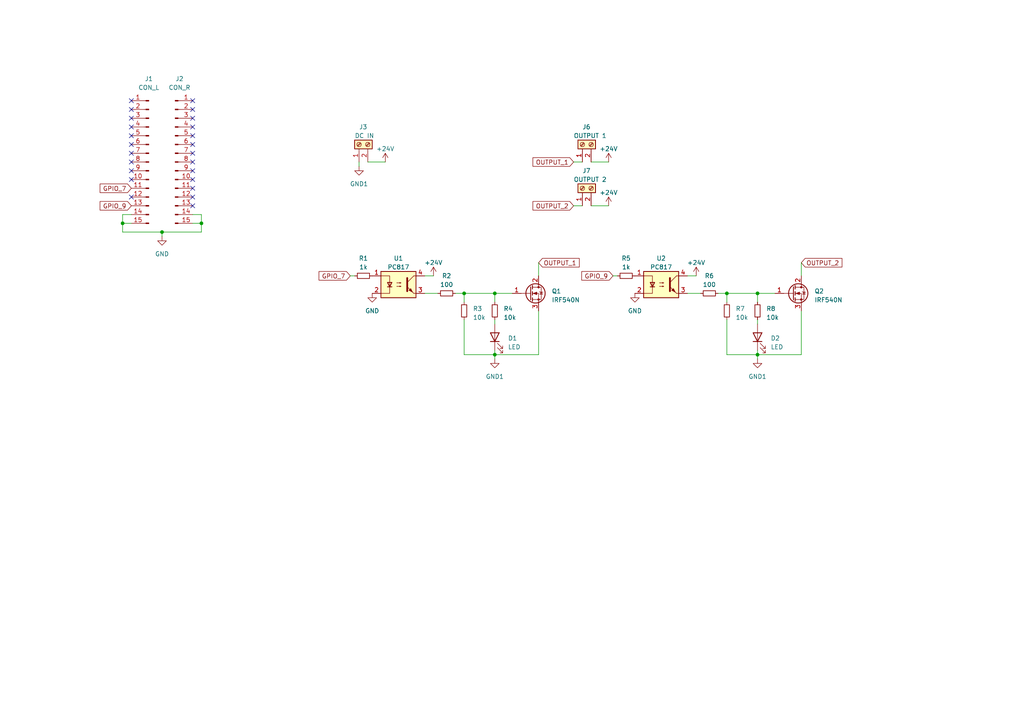
<source format=kicad_sch>
(kicad_sch (version 20230121) (generator eeschema)

  (uuid 4b55d362-54cf-4900-b414-5bfcd11f3529)

  (paper "A4")

  (lib_symbols
    (symbol "Connector:Conn_01x15_Pin" (pin_names (offset 1.016) hide) (in_bom yes) (on_board yes)
      (property "Reference" "J" (at 0 20.32 0)
        (effects (font (size 1.27 1.27)))
      )
      (property "Value" "Conn_01x15_Pin" (at 0 -20.32 0)
        (effects (font (size 1.27 1.27)))
      )
      (property "Footprint" "" (at 0 0 0)
        (effects (font (size 1.27 1.27)) hide)
      )
      (property "Datasheet" "~" (at 0 0 0)
        (effects (font (size 1.27 1.27)) hide)
      )
      (property "ki_locked" "" (at 0 0 0)
        (effects (font (size 1.27 1.27)))
      )
      (property "ki_keywords" "connector" (at 0 0 0)
        (effects (font (size 1.27 1.27)) hide)
      )
      (property "ki_description" "Generic connector, single row, 01x15, script generated" (at 0 0 0)
        (effects (font (size 1.27 1.27)) hide)
      )
      (property "ki_fp_filters" "Connector*:*_1x??_*" (at 0 0 0)
        (effects (font (size 1.27 1.27)) hide)
      )
      (symbol "Conn_01x15_Pin_1_1"
        (polyline
          (pts
            (xy 1.27 -17.78)
            (xy 0.8636 -17.78)
          )
          (stroke (width 0.1524) (type default))
          (fill (type none))
        )
        (polyline
          (pts
            (xy 1.27 -15.24)
            (xy 0.8636 -15.24)
          )
          (stroke (width 0.1524) (type default))
          (fill (type none))
        )
        (polyline
          (pts
            (xy 1.27 -12.7)
            (xy 0.8636 -12.7)
          )
          (stroke (width 0.1524) (type default))
          (fill (type none))
        )
        (polyline
          (pts
            (xy 1.27 -10.16)
            (xy 0.8636 -10.16)
          )
          (stroke (width 0.1524) (type default))
          (fill (type none))
        )
        (polyline
          (pts
            (xy 1.27 -7.62)
            (xy 0.8636 -7.62)
          )
          (stroke (width 0.1524) (type default))
          (fill (type none))
        )
        (polyline
          (pts
            (xy 1.27 -5.08)
            (xy 0.8636 -5.08)
          )
          (stroke (width 0.1524) (type default))
          (fill (type none))
        )
        (polyline
          (pts
            (xy 1.27 -2.54)
            (xy 0.8636 -2.54)
          )
          (stroke (width 0.1524) (type default))
          (fill (type none))
        )
        (polyline
          (pts
            (xy 1.27 0)
            (xy 0.8636 0)
          )
          (stroke (width 0.1524) (type default))
          (fill (type none))
        )
        (polyline
          (pts
            (xy 1.27 2.54)
            (xy 0.8636 2.54)
          )
          (stroke (width 0.1524) (type default))
          (fill (type none))
        )
        (polyline
          (pts
            (xy 1.27 5.08)
            (xy 0.8636 5.08)
          )
          (stroke (width 0.1524) (type default))
          (fill (type none))
        )
        (polyline
          (pts
            (xy 1.27 7.62)
            (xy 0.8636 7.62)
          )
          (stroke (width 0.1524) (type default))
          (fill (type none))
        )
        (polyline
          (pts
            (xy 1.27 10.16)
            (xy 0.8636 10.16)
          )
          (stroke (width 0.1524) (type default))
          (fill (type none))
        )
        (polyline
          (pts
            (xy 1.27 12.7)
            (xy 0.8636 12.7)
          )
          (stroke (width 0.1524) (type default))
          (fill (type none))
        )
        (polyline
          (pts
            (xy 1.27 15.24)
            (xy 0.8636 15.24)
          )
          (stroke (width 0.1524) (type default))
          (fill (type none))
        )
        (polyline
          (pts
            (xy 1.27 17.78)
            (xy 0.8636 17.78)
          )
          (stroke (width 0.1524) (type default))
          (fill (type none))
        )
        (rectangle (start 0.8636 -17.653) (end 0 -17.907)
          (stroke (width 0.1524) (type default))
          (fill (type outline))
        )
        (rectangle (start 0.8636 -15.113) (end 0 -15.367)
          (stroke (width 0.1524) (type default))
          (fill (type outline))
        )
        (rectangle (start 0.8636 -12.573) (end 0 -12.827)
          (stroke (width 0.1524) (type default))
          (fill (type outline))
        )
        (rectangle (start 0.8636 -10.033) (end 0 -10.287)
          (stroke (width 0.1524) (type default))
          (fill (type outline))
        )
        (rectangle (start 0.8636 -7.493) (end 0 -7.747)
          (stroke (width 0.1524) (type default))
          (fill (type outline))
        )
        (rectangle (start 0.8636 -4.953) (end 0 -5.207)
          (stroke (width 0.1524) (type default))
          (fill (type outline))
        )
        (rectangle (start 0.8636 -2.413) (end 0 -2.667)
          (stroke (width 0.1524) (type default))
          (fill (type outline))
        )
        (rectangle (start 0.8636 0.127) (end 0 -0.127)
          (stroke (width 0.1524) (type default))
          (fill (type outline))
        )
        (rectangle (start 0.8636 2.667) (end 0 2.413)
          (stroke (width 0.1524) (type default))
          (fill (type outline))
        )
        (rectangle (start 0.8636 5.207) (end 0 4.953)
          (stroke (width 0.1524) (type default))
          (fill (type outline))
        )
        (rectangle (start 0.8636 7.747) (end 0 7.493)
          (stroke (width 0.1524) (type default))
          (fill (type outline))
        )
        (rectangle (start 0.8636 10.287) (end 0 10.033)
          (stroke (width 0.1524) (type default))
          (fill (type outline))
        )
        (rectangle (start 0.8636 12.827) (end 0 12.573)
          (stroke (width 0.1524) (type default))
          (fill (type outline))
        )
        (rectangle (start 0.8636 15.367) (end 0 15.113)
          (stroke (width 0.1524) (type default))
          (fill (type outline))
        )
        (rectangle (start 0.8636 17.907) (end 0 17.653)
          (stroke (width 0.1524) (type default))
          (fill (type outline))
        )
        (pin passive line (at 5.08 17.78 180) (length 3.81)
          (name "Pin_1" (effects (font (size 1.27 1.27))))
          (number "1" (effects (font (size 1.27 1.27))))
        )
        (pin passive line (at 5.08 -5.08 180) (length 3.81)
          (name "Pin_10" (effects (font (size 1.27 1.27))))
          (number "10" (effects (font (size 1.27 1.27))))
        )
        (pin passive line (at 5.08 -7.62 180) (length 3.81)
          (name "Pin_11" (effects (font (size 1.27 1.27))))
          (number "11" (effects (font (size 1.27 1.27))))
        )
        (pin passive line (at 5.08 -10.16 180) (length 3.81)
          (name "Pin_12" (effects (font (size 1.27 1.27))))
          (number "12" (effects (font (size 1.27 1.27))))
        )
        (pin passive line (at 5.08 -12.7 180) (length 3.81)
          (name "Pin_13" (effects (font (size 1.27 1.27))))
          (number "13" (effects (font (size 1.27 1.27))))
        )
        (pin passive line (at 5.08 -15.24 180) (length 3.81)
          (name "Pin_14" (effects (font (size 1.27 1.27))))
          (number "14" (effects (font (size 1.27 1.27))))
        )
        (pin passive line (at 5.08 -17.78 180) (length 3.81)
          (name "Pin_15" (effects (font (size 1.27 1.27))))
          (number "15" (effects (font (size 1.27 1.27))))
        )
        (pin passive line (at 5.08 15.24 180) (length 3.81)
          (name "Pin_2" (effects (font (size 1.27 1.27))))
          (number "2" (effects (font (size 1.27 1.27))))
        )
        (pin passive line (at 5.08 12.7 180) (length 3.81)
          (name "Pin_3" (effects (font (size 1.27 1.27))))
          (number "3" (effects (font (size 1.27 1.27))))
        )
        (pin passive line (at 5.08 10.16 180) (length 3.81)
          (name "Pin_4" (effects (font (size 1.27 1.27))))
          (number "4" (effects (font (size 1.27 1.27))))
        )
        (pin passive line (at 5.08 7.62 180) (length 3.81)
          (name "Pin_5" (effects (font (size 1.27 1.27))))
          (number "5" (effects (font (size 1.27 1.27))))
        )
        (pin passive line (at 5.08 5.08 180) (length 3.81)
          (name "Pin_6" (effects (font (size 1.27 1.27))))
          (number "6" (effects (font (size 1.27 1.27))))
        )
        (pin passive line (at 5.08 2.54 180) (length 3.81)
          (name "Pin_7" (effects (font (size 1.27 1.27))))
          (number "7" (effects (font (size 1.27 1.27))))
        )
        (pin passive line (at 5.08 0 180) (length 3.81)
          (name "Pin_8" (effects (font (size 1.27 1.27))))
          (number "8" (effects (font (size 1.27 1.27))))
        )
        (pin passive line (at 5.08 -2.54 180) (length 3.81)
          (name "Pin_9" (effects (font (size 1.27 1.27))))
          (number "9" (effects (font (size 1.27 1.27))))
        )
      )
    )
    (symbol "Connector:Screw_Terminal_01x02" (pin_names (offset 1.016) hide) (in_bom yes) (on_board yes)
      (property "Reference" "J" (at 0 2.54 0)
        (effects (font (size 1.27 1.27)))
      )
      (property "Value" "Screw_Terminal_01x02" (at 0 -5.08 0)
        (effects (font (size 1.27 1.27)))
      )
      (property "Footprint" "" (at 0 0 0)
        (effects (font (size 1.27 1.27)) hide)
      )
      (property "Datasheet" "~" (at 0 0 0)
        (effects (font (size 1.27 1.27)) hide)
      )
      (property "ki_keywords" "screw terminal" (at 0 0 0)
        (effects (font (size 1.27 1.27)) hide)
      )
      (property "ki_description" "Generic screw terminal, single row, 01x02, script generated (kicad-library-utils/schlib/autogen/connector/)" (at 0 0 0)
        (effects (font (size 1.27 1.27)) hide)
      )
      (property "ki_fp_filters" "TerminalBlock*:*" (at 0 0 0)
        (effects (font (size 1.27 1.27)) hide)
      )
      (symbol "Screw_Terminal_01x02_1_1"
        (rectangle (start -1.27 1.27) (end 1.27 -3.81)
          (stroke (width 0.254) (type default))
          (fill (type background))
        )
        (circle (center 0 -2.54) (radius 0.635)
          (stroke (width 0.1524) (type default))
          (fill (type none))
        )
        (polyline
          (pts
            (xy -0.5334 -2.2098)
            (xy 0.3302 -3.048)
          )
          (stroke (width 0.1524) (type default))
          (fill (type none))
        )
        (polyline
          (pts
            (xy -0.5334 0.3302)
            (xy 0.3302 -0.508)
          )
          (stroke (width 0.1524) (type default))
          (fill (type none))
        )
        (polyline
          (pts
            (xy -0.3556 -2.032)
            (xy 0.508 -2.8702)
          )
          (stroke (width 0.1524) (type default))
          (fill (type none))
        )
        (polyline
          (pts
            (xy -0.3556 0.508)
            (xy 0.508 -0.3302)
          )
          (stroke (width 0.1524) (type default))
          (fill (type none))
        )
        (circle (center 0 0) (radius 0.635)
          (stroke (width 0.1524) (type default))
          (fill (type none))
        )
        (pin passive line (at -5.08 0 0) (length 3.81)
          (name "Pin_1" (effects (font (size 1.27 1.27))))
          (number "1" (effects (font (size 1.27 1.27))))
        )
        (pin passive line (at -5.08 -2.54 0) (length 3.81)
          (name "Pin_2" (effects (font (size 1.27 1.27))))
          (number "2" (effects (font (size 1.27 1.27))))
        )
      )
    )
    (symbol "Device:LED" (pin_numbers hide) (pin_names (offset 1.016) hide) (in_bom yes) (on_board yes)
      (property "Reference" "D" (at 0 2.54 0)
        (effects (font (size 1.27 1.27)))
      )
      (property "Value" "LED" (at 0 -2.54 0)
        (effects (font (size 1.27 1.27)))
      )
      (property "Footprint" "" (at 0 0 0)
        (effects (font (size 1.27 1.27)) hide)
      )
      (property "Datasheet" "~" (at 0 0 0)
        (effects (font (size 1.27 1.27)) hide)
      )
      (property "ki_keywords" "LED diode" (at 0 0 0)
        (effects (font (size 1.27 1.27)) hide)
      )
      (property "ki_description" "Light emitting diode" (at 0 0 0)
        (effects (font (size 1.27 1.27)) hide)
      )
      (property "ki_fp_filters" "LED* LED_SMD:* LED_THT:*" (at 0 0 0)
        (effects (font (size 1.27 1.27)) hide)
      )
      (symbol "LED_0_1"
        (polyline
          (pts
            (xy -1.27 -1.27)
            (xy -1.27 1.27)
          )
          (stroke (width 0.254) (type default))
          (fill (type none))
        )
        (polyline
          (pts
            (xy -1.27 0)
            (xy 1.27 0)
          )
          (stroke (width 0) (type default))
          (fill (type none))
        )
        (polyline
          (pts
            (xy 1.27 -1.27)
            (xy 1.27 1.27)
            (xy -1.27 0)
            (xy 1.27 -1.27)
          )
          (stroke (width 0.254) (type default))
          (fill (type none))
        )
        (polyline
          (pts
            (xy -3.048 -0.762)
            (xy -4.572 -2.286)
            (xy -3.81 -2.286)
            (xy -4.572 -2.286)
            (xy -4.572 -1.524)
          )
          (stroke (width 0) (type default))
          (fill (type none))
        )
        (polyline
          (pts
            (xy -1.778 -0.762)
            (xy -3.302 -2.286)
            (xy -2.54 -2.286)
            (xy -3.302 -2.286)
            (xy -3.302 -1.524)
          )
          (stroke (width 0) (type default))
          (fill (type none))
        )
      )
      (symbol "LED_1_1"
        (pin passive line (at -3.81 0 0) (length 2.54)
          (name "K" (effects (font (size 1.27 1.27))))
          (number "1" (effects (font (size 1.27 1.27))))
        )
        (pin passive line (at 3.81 0 180) (length 2.54)
          (name "A" (effects (font (size 1.27 1.27))))
          (number "2" (effects (font (size 1.27 1.27))))
        )
      )
    )
    (symbol "Device:R_Small" (pin_numbers hide) (pin_names (offset 0.254) hide) (in_bom yes) (on_board yes)
      (property "Reference" "R" (at 0.762 0.508 0)
        (effects (font (size 1.27 1.27)) (justify left))
      )
      (property "Value" "R_Small" (at 0.762 -1.016 0)
        (effects (font (size 1.27 1.27)) (justify left))
      )
      (property "Footprint" "" (at 0 0 0)
        (effects (font (size 1.27 1.27)) hide)
      )
      (property "Datasheet" "~" (at 0 0 0)
        (effects (font (size 1.27 1.27)) hide)
      )
      (property "ki_keywords" "R resistor" (at 0 0 0)
        (effects (font (size 1.27 1.27)) hide)
      )
      (property "ki_description" "Resistor, small symbol" (at 0 0 0)
        (effects (font (size 1.27 1.27)) hide)
      )
      (property "ki_fp_filters" "R_*" (at 0 0 0)
        (effects (font (size 1.27 1.27)) hide)
      )
      (symbol "R_Small_0_1"
        (rectangle (start -0.762 1.778) (end 0.762 -1.778)
          (stroke (width 0.2032) (type default))
          (fill (type none))
        )
      )
      (symbol "R_Small_1_1"
        (pin passive line (at 0 2.54 270) (length 0.762)
          (name "~" (effects (font (size 1.27 1.27))))
          (number "1" (effects (font (size 1.27 1.27))))
        )
        (pin passive line (at 0 -2.54 90) (length 0.762)
          (name "~" (effects (font (size 1.27 1.27))))
          (number "2" (effects (font (size 1.27 1.27))))
        )
      )
    )
    (symbol "Isolator:PC817" (pin_names (offset 1.016)) (in_bom yes) (on_board yes)
      (property "Reference" "U" (at -5.08 5.08 0)
        (effects (font (size 1.27 1.27)) (justify left))
      )
      (property "Value" "PC817" (at 0 5.08 0)
        (effects (font (size 1.27 1.27)) (justify left))
      )
      (property "Footprint" "Package_DIP:DIP-4_W7.62mm" (at -5.08 -5.08 0)
        (effects (font (size 1.27 1.27) italic) (justify left) hide)
      )
      (property "Datasheet" "http://www.soselectronic.cz/a_info/resource/d/pc817.pdf" (at 0 0 0)
        (effects (font (size 1.27 1.27)) (justify left) hide)
      )
      (property "ki_keywords" "NPN DC Optocoupler" (at 0 0 0)
        (effects (font (size 1.27 1.27)) hide)
      )
      (property "ki_description" "DC Optocoupler, Vce 35V, CTR 50-300%, DIP-4" (at 0 0 0)
        (effects (font (size 1.27 1.27)) hide)
      )
      (property "ki_fp_filters" "DIP*W7.62mm*" (at 0 0 0)
        (effects (font (size 1.27 1.27)) hide)
      )
      (symbol "PC817_0_1"
        (rectangle (start -5.08 3.81) (end 5.08 -3.81)
          (stroke (width 0.254) (type default))
          (fill (type background))
        )
        (polyline
          (pts
            (xy -3.175 -0.635)
            (xy -1.905 -0.635)
          )
          (stroke (width 0.254) (type default))
          (fill (type none))
        )
        (polyline
          (pts
            (xy 2.54 0.635)
            (xy 4.445 2.54)
          )
          (stroke (width 0) (type default))
          (fill (type none))
        )
        (polyline
          (pts
            (xy 4.445 -2.54)
            (xy 2.54 -0.635)
          )
          (stroke (width 0) (type default))
          (fill (type outline))
        )
        (polyline
          (pts
            (xy 4.445 -2.54)
            (xy 5.08 -2.54)
          )
          (stroke (width 0) (type default))
          (fill (type none))
        )
        (polyline
          (pts
            (xy 4.445 2.54)
            (xy 5.08 2.54)
          )
          (stroke (width 0) (type default))
          (fill (type none))
        )
        (polyline
          (pts
            (xy -5.08 2.54)
            (xy -2.54 2.54)
            (xy -2.54 -0.635)
          )
          (stroke (width 0) (type default))
          (fill (type none))
        )
        (polyline
          (pts
            (xy -2.54 -0.635)
            (xy -2.54 -2.54)
            (xy -5.08 -2.54)
          )
          (stroke (width 0) (type default))
          (fill (type none))
        )
        (polyline
          (pts
            (xy 2.54 1.905)
            (xy 2.54 -1.905)
            (xy 2.54 -1.905)
          )
          (stroke (width 0.508) (type default))
          (fill (type none))
        )
        (polyline
          (pts
            (xy -2.54 -0.635)
            (xy -3.175 0.635)
            (xy -1.905 0.635)
            (xy -2.54 -0.635)
          )
          (stroke (width 0.254) (type default))
          (fill (type none))
        )
        (polyline
          (pts
            (xy -0.508 -0.508)
            (xy 0.762 -0.508)
            (xy 0.381 -0.635)
            (xy 0.381 -0.381)
            (xy 0.762 -0.508)
          )
          (stroke (width 0) (type default))
          (fill (type none))
        )
        (polyline
          (pts
            (xy -0.508 0.508)
            (xy 0.762 0.508)
            (xy 0.381 0.381)
            (xy 0.381 0.635)
            (xy 0.762 0.508)
          )
          (stroke (width 0) (type default))
          (fill (type none))
        )
        (polyline
          (pts
            (xy 3.048 -1.651)
            (xy 3.556 -1.143)
            (xy 4.064 -2.159)
            (xy 3.048 -1.651)
            (xy 3.048 -1.651)
          )
          (stroke (width 0) (type default))
          (fill (type outline))
        )
      )
      (symbol "PC817_1_1"
        (pin passive line (at -7.62 2.54 0) (length 2.54)
          (name "~" (effects (font (size 1.27 1.27))))
          (number "1" (effects (font (size 1.27 1.27))))
        )
        (pin passive line (at -7.62 -2.54 0) (length 2.54)
          (name "~" (effects (font (size 1.27 1.27))))
          (number "2" (effects (font (size 1.27 1.27))))
        )
        (pin passive line (at 7.62 -2.54 180) (length 2.54)
          (name "~" (effects (font (size 1.27 1.27))))
          (number "3" (effects (font (size 1.27 1.27))))
        )
        (pin passive line (at 7.62 2.54 180) (length 2.54)
          (name "~" (effects (font (size 1.27 1.27))))
          (number "4" (effects (font (size 1.27 1.27))))
        )
      )
    )
    (symbol "Transistor_FET:IRF540N" (pin_names hide) (in_bom yes) (on_board yes)
      (property "Reference" "Q" (at 6.35 1.905 0)
        (effects (font (size 1.27 1.27)) (justify left))
      )
      (property "Value" "IRF540N" (at 6.35 0 0)
        (effects (font (size 1.27 1.27)) (justify left))
      )
      (property "Footprint" "Package_TO_SOT_THT:TO-220-3_Vertical" (at 6.35 -1.905 0)
        (effects (font (size 1.27 1.27) italic) (justify left) hide)
      )
      (property "Datasheet" "http://www.irf.com/product-info/datasheets/data/irf540n.pdf" (at 0 0 0)
        (effects (font (size 1.27 1.27)) (justify left) hide)
      )
      (property "ki_keywords" "HEXFET N-Channel MOSFET" (at 0 0 0)
        (effects (font (size 1.27 1.27)) hide)
      )
      (property "ki_description" "33A Id, 100V Vds, HEXFET N-Channel MOSFET, TO-220" (at 0 0 0)
        (effects (font (size 1.27 1.27)) hide)
      )
      (property "ki_fp_filters" "TO?220*" (at 0 0 0)
        (effects (font (size 1.27 1.27)) hide)
      )
      (symbol "IRF540N_0_1"
        (polyline
          (pts
            (xy 0.254 0)
            (xy -2.54 0)
          )
          (stroke (width 0) (type default))
          (fill (type none))
        )
        (polyline
          (pts
            (xy 0.254 1.905)
            (xy 0.254 -1.905)
          )
          (stroke (width 0.254) (type default))
          (fill (type none))
        )
        (polyline
          (pts
            (xy 0.762 -1.27)
            (xy 0.762 -2.286)
          )
          (stroke (width 0.254) (type default))
          (fill (type none))
        )
        (polyline
          (pts
            (xy 0.762 0.508)
            (xy 0.762 -0.508)
          )
          (stroke (width 0.254) (type default))
          (fill (type none))
        )
        (polyline
          (pts
            (xy 0.762 2.286)
            (xy 0.762 1.27)
          )
          (stroke (width 0.254) (type default))
          (fill (type none))
        )
        (polyline
          (pts
            (xy 2.54 2.54)
            (xy 2.54 1.778)
          )
          (stroke (width 0) (type default))
          (fill (type none))
        )
        (polyline
          (pts
            (xy 2.54 -2.54)
            (xy 2.54 0)
            (xy 0.762 0)
          )
          (stroke (width 0) (type default))
          (fill (type none))
        )
        (polyline
          (pts
            (xy 0.762 -1.778)
            (xy 3.302 -1.778)
            (xy 3.302 1.778)
            (xy 0.762 1.778)
          )
          (stroke (width 0) (type default))
          (fill (type none))
        )
        (polyline
          (pts
            (xy 1.016 0)
            (xy 2.032 0.381)
            (xy 2.032 -0.381)
            (xy 1.016 0)
          )
          (stroke (width 0) (type default))
          (fill (type outline))
        )
        (polyline
          (pts
            (xy 2.794 0.508)
            (xy 2.921 0.381)
            (xy 3.683 0.381)
            (xy 3.81 0.254)
          )
          (stroke (width 0) (type default))
          (fill (type none))
        )
        (polyline
          (pts
            (xy 3.302 0.381)
            (xy 2.921 -0.254)
            (xy 3.683 -0.254)
            (xy 3.302 0.381)
          )
          (stroke (width 0) (type default))
          (fill (type none))
        )
        (circle (center 1.651 0) (radius 2.794)
          (stroke (width 0.254) (type default))
          (fill (type none))
        )
        (circle (center 2.54 -1.778) (radius 0.254)
          (stroke (width 0) (type default))
          (fill (type outline))
        )
        (circle (center 2.54 1.778) (radius 0.254)
          (stroke (width 0) (type default))
          (fill (type outline))
        )
      )
      (symbol "IRF540N_1_1"
        (pin input line (at -5.08 0 0) (length 2.54)
          (name "G" (effects (font (size 1.27 1.27))))
          (number "1" (effects (font (size 1.27 1.27))))
        )
        (pin passive line (at 2.54 5.08 270) (length 2.54)
          (name "D" (effects (font (size 1.27 1.27))))
          (number "2" (effects (font (size 1.27 1.27))))
        )
        (pin passive line (at 2.54 -5.08 90) (length 2.54)
          (name "S" (effects (font (size 1.27 1.27))))
          (number "3" (effects (font (size 1.27 1.27))))
        )
      )
    )
    (symbol "power:+24V" (power) (pin_names (offset 0)) (in_bom yes) (on_board yes)
      (property "Reference" "#PWR" (at 0 -3.81 0)
        (effects (font (size 1.27 1.27)) hide)
      )
      (property "Value" "+24V" (at 0 3.556 0)
        (effects (font (size 1.27 1.27)))
      )
      (property "Footprint" "" (at 0 0 0)
        (effects (font (size 1.27 1.27)) hide)
      )
      (property "Datasheet" "" (at 0 0 0)
        (effects (font (size 1.27 1.27)) hide)
      )
      (property "ki_keywords" "global power" (at 0 0 0)
        (effects (font (size 1.27 1.27)) hide)
      )
      (property "ki_description" "Power symbol creates a global label with name \"+24V\"" (at 0 0 0)
        (effects (font (size 1.27 1.27)) hide)
      )
      (symbol "+24V_0_1"
        (polyline
          (pts
            (xy -0.762 1.27)
            (xy 0 2.54)
          )
          (stroke (width 0) (type default))
          (fill (type none))
        )
        (polyline
          (pts
            (xy 0 0)
            (xy 0 2.54)
          )
          (stroke (width 0) (type default))
          (fill (type none))
        )
        (polyline
          (pts
            (xy 0 2.54)
            (xy 0.762 1.27)
          )
          (stroke (width 0) (type default))
          (fill (type none))
        )
      )
      (symbol "+24V_1_1"
        (pin power_in line (at 0 0 90) (length 0) hide
          (name "+24V" (effects (font (size 1.27 1.27))))
          (number "1" (effects (font (size 1.27 1.27))))
        )
      )
    )
    (symbol "power:GND" (power) (pin_names (offset 0)) (in_bom yes) (on_board yes)
      (property "Reference" "#PWR" (at 0 -6.35 0)
        (effects (font (size 1.27 1.27)) hide)
      )
      (property "Value" "GND" (at 0 -3.81 0)
        (effects (font (size 1.27 1.27)))
      )
      (property "Footprint" "" (at 0 0 0)
        (effects (font (size 1.27 1.27)) hide)
      )
      (property "Datasheet" "" (at 0 0 0)
        (effects (font (size 1.27 1.27)) hide)
      )
      (property "ki_keywords" "power-flag" (at 0 0 0)
        (effects (font (size 1.27 1.27)) hide)
      )
      (property "ki_description" "Power symbol creates a global label with name \"GND\" , ground" (at 0 0 0)
        (effects (font (size 1.27 1.27)) hide)
      )
      (symbol "GND_0_1"
        (polyline
          (pts
            (xy 0 0)
            (xy 0 -1.27)
            (xy 1.27 -1.27)
            (xy 0 -2.54)
            (xy -1.27 -1.27)
            (xy 0 -1.27)
          )
          (stroke (width 0) (type default))
          (fill (type none))
        )
      )
      (symbol "GND_1_1"
        (pin power_in line (at 0 0 270) (length 0) hide
          (name "GND" (effects (font (size 1.27 1.27))))
          (number "1" (effects (font (size 1.27 1.27))))
        )
      )
    )
    (symbol "power:GND1" (power) (pin_names (offset 0)) (in_bom yes) (on_board yes)
      (property "Reference" "#PWR" (at 0 -6.35 0)
        (effects (font (size 1.27 1.27)) hide)
      )
      (property "Value" "GND1" (at 0 -3.81 0)
        (effects (font (size 1.27 1.27)))
      )
      (property "Footprint" "" (at 0 0 0)
        (effects (font (size 1.27 1.27)) hide)
      )
      (property "Datasheet" "" (at 0 0 0)
        (effects (font (size 1.27 1.27)) hide)
      )
      (property "ki_keywords" "global power" (at 0 0 0)
        (effects (font (size 1.27 1.27)) hide)
      )
      (property "ki_description" "Power symbol creates a global label with name \"GND1\" , ground" (at 0 0 0)
        (effects (font (size 1.27 1.27)) hide)
      )
      (symbol "GND1_0_1"
        (polyline
          (pts
            (xy 0 0)
            (xy 0 -1.27)
            (xy 1.27 -1.27)
            (xy 0 -2.54)
            (xy -1.27 -1.27)
            (xy 0 -1.27)
          )
          (stroke (width 0) (type default))
          (fill (type none))
        )
      )
      (symbol "GND1_1_1"
        (pin power_in line (at 0 0 270) (length 0) hide
          (name "GND1" (effects (font (size 1.27 1.27))))
          (number "1" (effects (font (size 1.27 1.27))))
        )
      )
    )
  )

  (junction (at 35.56 64.77) (diameter 0) (color 0 0 0 0)
    (uuid 16569e09-a401-4f2e-af07-c300a7262f39)
  )
  (junction (at 134.62 85.09) (diameter 0) (color 0 0 0 0)
    (uuid 315102b2-7f12-405c-a0cd-5b09681e8ae2)
  )
  (junction (at 143.51 85.09) (diameter 0) (color 0 0 0 0)
    (uuid 3ec172ea-bbd8-4635-9d84-c26095f76dbf)
  )
  (junction (at 143.51 102.87) (diameter 0) (color 0 0 0 0)
    (uuid 40da84db-d3db-46cc-9aae-305e00eeea1e)
  )
  (junction (at 58.42 64.77) (diameter 0) (color 0 0 0 0)
    (uuid 4464fe50-953c-4456-8275-3fe4b56b7686)
  )
  (junction (at 46.99 67.31) (diameter 0) (color 0 0 0 0)
    (uuid 9022117c-085b-40e0-b597-3d89ddf65b74)
  )
  (junction (at 210.82 85.09) (diameter 0) (color 0 0 0 0)
    (uuid e2a7726a-6487-4671-b2e2-6d0f057a8d40)
  )
  (junction (at 219.71 102.87) (diameter 0) (color 0 0 0 0)
    (uuid ee085c17-40a2-47b5-a6a4-866c135d5a5e)
  )
  (junction (at 219.71 85.09) (diameter 0) (color 0 0 0 0)
    (uuid fae1aac2-d240-4dc6-b9b7-011ed4f34f73)
  )

  (no_connect (at 55.88 44.45) (uuid 0e43bfef-ff30-4282-b798-99d030fba826))
  (no_connect (at 38.1 57.15) (uuid 11fb6bd9-0a73-43dd-96f1-2598153ea0ac))
  (no_connect (at 38.1 36.83) (uuid 1399afed-4453-4dea-8e80-c3df8a11f8a0))
  (no_connect (at 55.88 59.69) (uuid 27eb3ec3-d2e7-43f8-8012-70d8ee04d9b0))
  (no_connect (at 55.88 39.37) (uuid 33721998-c3d9-41be-9c11-293182903d80))
  (no_connect (at 38.1 34.29) (uuid 446a5c1a-1760-415f-9ca2-566f272c8fdd))
  (no_connect (at 55.88 29.21) (uuid 49f743e2-3aaa-41fb-a46b-b31a8584b802))
  (no_connect (at 38.1 46.99) (uuid 590c3dba-97ea-41f5-aa3c-984e5990a0b1))
  (no_connect (at 55.88 57.15) (uuid 59b545d5-657b-4451-ae76-a0eca3ff9f10))
  (no_connect (at 55.88 49.53) (uuid 8c94ff8a-69e8-4d8c-b8df-3844525df67b))
  (no_connect (at 55.88 46.99) (uuid 8cf30a60-1da0-4b37-9bef-b4d422b8bd36))
  (no_connect (at 38.1 29.21) (uuid 92452067-c0cc-4c75-9c61-db2a8f634e69))
  (no_connect (at 55.88 41.91) (uuid 9eba533c-d5a1-4c24-9573-9527bd225e18))
  (no_connect (at 55.88 34.29) (uuid a482b300-3483-4ea5-bc53-f0aea91c6752))
  (no_connect (at 38.1 52.07) (uuid a80b6de3-aa9d-425e-b328-f89b855a3d64))
  (no_connect (at 55.88 54.61) (uuid abd524ca-aedd-4798-9bde-440be536b5f4))
  (no_connect (at 55.88 52.07) (uuid bd065c4b-a3bf-4398-a3b2-0e065b40ebae))
  (no_connect (at 38.1 39.37) (uuid c2b0b283-1dc6-403a-8113-14d184ae965b))
  (no_connect (at 38.1 44.45) (uuid c6455e15-4c42-45d2-93f9-6ff4f8fb7db2))
  (no_connect (at 38.1 31.75) (uuid caf882a5-666b-4347-8cf8-9b83f87b67d6))
  (no_connect (at 38.1 41.91) (uuid db699581-3e1d-4c93-994d-c1495d069cb4))
  (no_connect (at 38.1 49.53) (uuid e68b9582-4c53-4220-a452-bc86445ed669))
  (no_connect (at 55.88 31.75) (uuid e94db151-cec0-4675-93fd-f7352f752edb))
  (no_connect (at 55.88 36.83) (uuid f7da0a50-0512-4059-8861-58a7017fde19))

  (wire (pts (xy 210.82 85.09) (xy 210.82 87.63))
    (stroke (width 0) (type default))
    (uuid 07e04b9b-8f59-473c-870e-0bc781940afd)
  )
  (wire (pts (xy 171.45 46.99) (xy 176.53 46.99))
    (stroke (width 0) (type default))
    (uuid 0e55d8eb-1004-4001-bd5f-d3f7c28a9db5)
  )
  (wire (pts (xy 134.62 85.09) (xy 134.62 87.63))
    (stroke (width 0) (type default))
    (uuid 10e966c3-f775-4ebe-b186-0ec88a9e4e6d)
  )
  (wire (pts (xy 156.21 90.17) (xy 156.21 102.87))
    (stroke (width 0) (type default))
    (uuid 12b0e2bf-98b6-4724-99e1-9a1bfec2b54b)
  )
  (wire (pts (xy 210.82 92.71) (xy 210.82 102.87))
    (stroke (width 0) (type default))
    (uuid 14df8e7a-3a77-48b8-a49c-20b5179bd124)
  )
  (wire (pts (xy 35.56 67.31) (xy 35.56 64.77))
    (stroke (width 0) (type default))
    (uuid 1536d9f3-5c4b-4525-a84b-c03eb5d3dc46)
  )
  (wire (pts (xy 58.42 67.31) (xy 58.42 64.77))
    (stroke (width 0) (type default))
    (uuid 158b708d-2082-4fee-8e43-77374bcce843)
  )
  (wire (pts (xy 232.41 102.87) (xy 219.71 102.87))
    (stroke (width 0) (type default))
    (uuid 193b148a-9ca8-4ff7-bb80-24b4730c31f2)
  )
  (wire (pts (xy 134.62 85.09) (xy 143.51 85.09))
    (stroke (width 0) (type default))
    (uuid 1ab53aac-1bae-44a7-adbc-3040b3d20d11)
  )
  (wire (pts (xy 166.37 59.69) (xy 168.91 59.69))
    (stroke (width 0) (type default))
    (uuid 1e6a1817-37ca-47ce-8f44-91c64d41b75d)
  )
  (wire (pts (xy 219.71 101.6) (xy 219.71 102.87))
    (stroke (width 0) (type default))
    (uuid 2c251374-1249-4f5c-98d6-90dec7b015ff)
  )
  (wire (pts (xy 156.21 76.2) (xy 156.21 80.01))
    (stroke (width 0) (type default))
    (uuid 2e3a7c48-4082-402c-98aa-e1dc924a97c1)
  )
  (wire (pts (xy 101.6 80.01) (xy 102.87 80.01))
    (stroke (width 0) (type default))
    (uuid 2f502fb7-788b-4d47-99b8-177f51444dbe)
  )
  (wire (pts (xy 219.71 92.71) (xy 219.71 93.98))
    (stroke (width 0) (type default))
    (uuid 39684f25-a385-4b29-a95f-258c402c6c47)
  )
  (wire (pts (xy 58.42 62.23) (xy 58.42 64.77))
    (stroke (width 0) (type default))
    (uuid 3c1892d1-9e4e-4847-8f26-af791d208395)
  )
  (wire (pts (xy 232.41 76.2) (xy 232.41 80.01))
    (stroke (width 0) (type default))
    (uuid 4c5e6ef7-9572-4897-9522-0aacc5a3a6d8)
  )
  (wire (pts (xy 156.21 102.87) (xy 143.51 102.87))
    (stroke (width 0) (type default))
    (uuid 5cdfa355-0380-4315-b47b-dac0cb199399)
  )
  (wire (pts (xy 219.71 102.87) (xy 219.71 104.14))
    (stroke (width 0) (type default))
    (uuid 65059477-e0a9-4e7c-a1dc-b640f3c5486f)
  )
  (wire (pts (xy 177.8 80.01) (xy 179.07 80.01))
    (stroke (width 0) (type default))
    (uuid 6a1c1758-1952-4569-9255-6c55f8e7e991)
  )
  (wire (pts (xy 143.51 87.63) (xy 143.51 85.09))
    (stroke (width 0) (type default))
    (uuid 6a87172b-58e7-4cd3-8567-595dc3188b62)
  )
  (wire (pts (xy 55.88 64.77) (xy 58.42 64.77))
    (stroke (width 0) (type default))
    (uuid 6b6c73bc-dbf7-4742-80ef-e59872c86502)
  )
  (wire (pts (xy 123.19 85.09) (xy 127 85.09))
    (stroke (width 0) (type default))
    (uuid 6f306636-242c-4974-abbf-1d84466a894e)
  )
  (wire (pts (xy 132.08 85.09) (xy 134.62 85.09))
    (stroke (width 0) (type default))
    (uuid 83420d6e-eab4-4c0b-bd55-1874f144003a)
  )
  (wire (pts (xy 143.51 102.87) (xy 143.51 104.14))
    (stroke (width 0) (type default))
    (uuid 8752083a-ab9e-4bff-b1e5-3b196e7a36ad)
  )
  (wire (pts (xy 104.14 48.26) (xy 104.14 46.99))
    (stroke (width 0) (type default))
    (uuid 886ab285-7fc0-4807-81db-b187b8f44815)
  )
  (wire (pts (xy 232.41 90.17) (xy 232.41 102.87))
    (stroke (width 0) (type default))
    (uuid 899fa8a6-178f-48ee-ad2a-419749406471)
  )
  (wire (pts (xy 38.1 62.23) (xy 35.56 62.23))
    (stroke (width 0) (type default))
    (uuid 8b29c91f-1b15-4726-885a-c924cfd487bf)
  )
  (wire (pts (xy 143.51 92.71) (xy 143.51 93.98))
    (stroke (width 0) (type default))
    (uuid 8b2af1ed-3bbb-44c5-9432-1caae4e0f7f5)
  )
  (wire (pts (xy 219.71 85.09) (xy 224.79 85.09))
    (stroke (width 0) (type default))
    (uuid 8ce5b77a-57f4-4a7c-8bea-fb05ba9390b7)
  )
  (wire (pts (xy 35.56 62.23) (xy 35.56 64.77))
    (stroke (width 0) (type default))
    (uuid 9258d481-40ff-4821-a3fb-ab4082f3a462)
  )
  (wire (pts (xy 199.39 85.09) (xy 203.2 85.09))
    (stroke (width 0) (type default))
    (uuid 93575868-6260-4dd0-b8d8-2a354625ed6b)
  )
  (wire (pts (xy 166.37 46.99) (xy 168.91 46.99))
    (stroke (width 0) (type default))
    (uuid 9cb33fca-ae2d-454c-ad2c-d18b8dbbaf4b)
  )
  (wire (pts (xy 143.51 85.09) (xy 148.59 85.09))
    (stroke (width 0) (type default))
    (uuid a216a7ee-7f61-489a-90c6-288fe637f5e7)
  )
  (wire (pts (xy 46.99 67.31) (xy 35.56 67.31))
    (stroke (width 0) (type default))
    (uuid a7a9f0d1-145b-4080-9ae5-508d9861783e)
  )
  (wire (pts (xy 208.28 85.09) (xy 210.82 85.09))
    (stroke (width 0) (type default))
    (uuid ab4270f3-b559-4f4f-ab84-48a93c69a41c)
  )
  (wire (pts (xy 38.1 64.77) (xy 35.56 64.77))
    (stroke (width 0) (type default))
    (uuid af6aa210-0cff-4bca-bd39-95d59431e9c0)
  )
  (wire (pts (xy 55.88 62.23) (xy 58.42 62.23))
    (stroke (width 0) (type default))
    (uuid b6851137-25af-4483-9043-663085f18f14)
  )
  (wire (pts (xy 134.62 92.71) (xy 134.62 102.87))
    (stroke (width 0) (type default))
    (uuid b7fb5741-28c3-46d1-a662-4157759f7ca8)
  )
  (wire (pts (xy 201.93 80.01) (xy 199.39 80.01))
    (stroke (width 0) (type default))
    (uuid c25ef271-4626-4712-89ef-530d50f23743)
  )
  (wire (pts (xy 134.62 102.87) (xy 143.51 102.87))
    (stroke (width 0) (type default))
    (uuid cb51c823-423f-43e8-b35a-efaeed16255b)
  )
  (wire (pts (xy 46.99 68.58) (xy 46.99 67.31))
    (stroke (width 0) (type default))
    (uuid cd6210a3-6409-4e14-8e41-7bbb668905bc)
  )
  (wire (pts (xy 171.45 59.69) (xy 176.53 59.69))
    (stroke (width 0) (type default))
    (uuid d4aba65f-5057-4a23-ad87-e04a8ae724f1)
  )
  (wire (pts (xy 125.73 80.01) (xy 123.19 80.01))
    (stroke (width 0) (type default))
    (uuid d63351c2-755d-4945-ad1b-36a48c42a768)
  )
  (wire (pts (xy 143.51 101.6) (xy 143.51 102.87))
    (stroke (width 0) (type default))
    (uuid e538e440-293d-43ee-8a1f-ec3c520f108a)
  )
  (wire (pts (xy 219.71 87.63) (xy 219.71 85.09))
    (stroke (width 0) (type default))
    (uuid e96e5953-8e94-4f6b-b6d2-d1f1daf53185)
  )
  (wire (pts (xy 210.82 102.87) (xy 219.71 102.87))
    (stroke (width 0) (type default))
    (uuid f7a510e7-d3fb-48e7-9d49-5a11c3436b08)
  )
  (wire (pts (xy 210.82 85.09) (xy 219.71 85.09))
    (stroke (width 0) (type default))
    (uuid f7a63352-1bb5-4251-b10f-a91e2c5f33c1)
  )
  (wire (pts (xy 111.76 46.99) (xy 106.68 46.99))
    (stroke (width 0) (type default))
    (uuid fae95cfe-eb6d-4d54-bcae-5fe4bf131862)
  )
  (wire (pts (xy 46.99 67.31) (xy 58.42 67.31))
    (stroke (width 0) (type default))
    (uuid fff65b33-fa58-4c0f-9d36-2d3e2d88d84b)
  )

  (global_label "GPIO_9" (shape input) (at 177.8 80.01 180) (fields_autoplaced)
    (effects (font (size 1.27 1.27)) (justify right))
    (uuid 06133310-7d13-404b-9af2-0b227a3b0131)
    (property "Intersheetrefs" "${INTERSHEET_REFS}" (at 168.896 80.01 0)
      (effects (font (size 1.27 1.27)) (justify right) hide)
    )
  )
  (global_label "GPIO_7" (shape input) (at 38.1 54.61 180) (fields_autoplaced)
    (effects (font (size 1.27 1.27)) (justify right))
    (uuid 386ba7c6-243d-467f-ae4d-ac41fff298ce)
    (property "Intersheetrefs" "${INTERSHEET_REFS}" (at 28.5418 54.61 0)
      (effects (font (size 1.27 1.27)) (justify right) hide)
    )
  )
  (global_label "GPIO_9" (shape input) (at 38.1 59.69 180) (fields_autoplaced)
    (effects (font (size 1.27 1.27)) (justify right))
    (uuid 59442d2a-b5d8-43d6-8525-dd196f17e2dd)
    (property "Intersheetrefs" "${INTERSHEET_REFS}" (at 28.5418 59.69 0)
      (effects (font (size 1.27 1.27)) (justify right) hide)
    )
  )
  (global_label "OUTPUT_1" (shape input) (at 156.21 76.2 0) (fields_autoplaced)
    (effects (font (size 1.27 1.27)) (justify left))
    (uuid 675db1d8-5c96-4ac1-aa0f-a3b3bcf61178)
    (property "Intersheetrefs" "${INTERSHEET_REFS}" (at 167.8354 76.2 0)
      (effects (font (size 1.27 1.27)) (justify left) hide)
    )
  )
  (global_label "OUTPUT_2" (shape input) (at 166.37 59.69 180) (fields_autoplaced)
    (effects (font (size 1.27 1.27)) (justify right))
    (uuid 6e16a222-25f6-4abb-bc87-0ca95c98518d)
    (property "Intersheetrefs" "${INTERSHEET_REFS}" (at 154.7446 59.69 0)
      (effects (font (size 1.27 1.27)) (justify right) hide)
    )
  )
  (global_label "GPIO_7" (shape input) (at 101.6 80.01 180) (fields_autoplaced)
    (effects (font (size 1.27 1.27)) (justify right))
    (uuid 849901fd-d002-4d85-9096-d0e6bfd3bf24)
    (property "Intersheetrefs" "${INTERSHEET_REFS}" (at 92.0418 80.01 0)
      (effects (font (size 1.27 1.27)) (justify right) hide)
    )
  )
  (global_label "OUTPUT_1" (shape input) (at 166.37 46.99 180) (fields_autoplaced)
    (effects (font (size 1.27 1.27)) (justify right))
    (uuid bf410633-2e74-4180-91c7-3215e3c4365a)
    (property "Intersheetrefs" "${INTERSHEET_REFS}" (at 154.7446 46.99 0)
      (effects (font (size 1.27 1.27)) (justify right) hide)
    )
  )
  (global_label "OUTPUT_2" (shape input) (at 232.41 76.2 0) (fields_autoplaced)
    (effects (font (size 1.27 1.27)) (justify left))
    (uuid e13bfb8f-876c-4828-af4c-f339ec2d7bf7)
    (property "Intersheetrefs" "${INTERSHEET_REFS}" (at 244.0354 76.2 0)
      (effects (font (size 1.27 1.27)) (justify left) hide)
    )
  )

  (symbol (lib_id "power:+24V") (at 176.53 59.69 0) (unit 1)
    (in_bom yes) (on_board yes) (dnp no) (fields_autoplaced)
    (uuid 002755e8-db6f-4cca-afcc-09f1ad1a0fbf)
    (property "Reference" "#PWR08" (at 176.53 63.5 0)
      (effects (font (size 1.27 1.27)) hide)
    )
    (property "Value" "+24V" (at 176.53 55.88 0)
      (effects (font (size 1.27 1.27)))
    )
    (property "Footprint" "" (at 176.53 59.69 0)
      (effects (font (size 1.27 1.27)) hide)
    )
    (property "Datasheet" "" (at 176.53 59.69 0)
      (effects (font (size 1.27 1.27)) hide)
    )
    (pin "1" (uuid e934cea8-4f1c-40df-89b4-fe2681b58a0e))
    (instances
      (project "RaceTracker MOSFET Board"
        (path "/4b55d362-54cf-4900-b414-5bfcd11f3529"
          (reference "#PWR08") (unit 1)
        )
      )
    )
  )

  (symbol (lib_id "power:+24V") (at 201.93 80.01 0) (unit 1)
    (in_bom yes) (on_board yes) (dnp no) (fields_autoplaced)
    (uuid 07c33fd1-dcb6-4482-9562-4376ebc4e10e)
    (property "Reference" "#PWR016" (at 201.93 83.82 0)
      (effects (font (size 1.27 1.27)) hide)
    )
    (property "Value" "+24V" (at 201.93 76.2 0)
      (effects (font (size 1.27 1.27)))
    )
    (property "Footprint" "" (at 201.93 80.01 0)
      (effects (font (size 1.27 1.27)) hide)
    )
    (property "Datasheet" "" (at 201.93 80.01 0)
      (effects (font (size 1.27 1.27)) hide)
    )
    (pin "1" (uuid 52b82c2a-a9d1-4b92-ae56-128a925c0a0e))
    (instances
      (project "RaceTracker MOSFET Board"
        (path "/4b55d362-54cf-4900-b414-5bfcd11f3529"
          (reference "#PWR016") (unit 1)
        )
      )
    )
  )

  (symbol (lib_id "Connector:Screw_Terminal_01x02") (at 168.91 41.91 90) (unit 1)
    (in_bom yes) (on_board yes) (dnp no)
    (uuid 0a1793b4-5f85-4a3f-810d-d5e59d9d1a9e)
    (property "Reference" "J6" (at 168.91 36.83 90)
      (effects (font (size 1.27 1.27)) (justify right))
    )
    (property "Value" "OUTPUT 1" (at 166.37 39.37 90)
      (effects (font (size 1.27 1.27)) (justify right))
    )
    (property "Footprint" "RaceTrackr_Footprints:BarrelJack_GCT_DCJ200-10-A_Horizontal" (at 168.91 41.91 0)
      (effects (font (size 1.27 1.27)) hide)
    )
    (property "Datasheet" "~" (at 168.91 41.91 0)
      (effects (font (size 1.27 1.27)) hide)
    )
    (pin "1" (uuid 26ec772c-9a89-4992-b768-b5d414260036))
    (pin "2" (uuid 3450d452-7b73-47e1-9a1b-545afbddf845))
    (instances
      (project "RaceTracker MOSFET Board"
        (path "/4b55d362-54cf-4900-b414-5bfcd11f3529"
          (reference "J6") (unit 1)
        )
      )
    )
  )

  (symbol (lib_id "Transistor_FET:IRF540N") (at 229.87 85.09 0) (unit 1)
    (in_bom yes) (on_board yes) (dnp no) (fields_autoplaced)
    (uuid 152f4583-f90c-4b04-873e-3b23cd11c80f)
    (property "Reference" "Q2" (at 236.22 84.455 0)
      (effects (font (size 1.27 1.27)) (justify left))
    )
    (property "Value" "IRF540N" (at 236.22 86.995 0)
      (effects (font (size 1.27 1.27)) (justify left))
    )
    (property "Footprint" "Package_TO_SOT_SMD:TO-252-2" (at 236.22 86.995 0)
      (effects (font (size 1.27 1.27) italic) (justify left) hide)
    )
    (property "Datasheet" "http://www.irf.com/product-info/datasheets/data/irf540n.pdf" (at 229.87 85.09 0)
      (effects (font (size 1.27 1.27)) (justify left) hide)
    )
    (pin "1" (uuid 6a0cebd6-67b4-4f6b-bc63-13202cd7b2b2))
    (pin "2" (uuid 27b38df6-f596-482c-b06d-28fedbd087aa))
    (pin "3" (uuid ece9df8c-f5f1-436f-b05c-9d7e3738971c))
    (instances
      (project "RaceTracker MOSFET Board"
        (path "/4b55d362-54cf-4900-b414-5bfcd11f3529"
          (reference "Q2") (unit 1)
        )
      )
    )
  )

  (symbol (lib_id "power:GND") (at 184.15 85.09 0) (unit 1)
    (in_bom yes) (on_board yes) (dnp no) (fields_autoplaced)
    (uuid 1bebf652-65fb-45fa-b103-2591f67ef592)
    (property "Reference" "#PWR015" (at 184.15 91.44 0)
      (effects (font (size 1.27 1.27)) hide)
    )
    (property "Value" "GND" (at 184.15 90.17 0)
      (effects (font (size 1.27 1.27)))
    )
    (property "Footprint" "" (at 184.15 85.09 0)
      (effects (font (size 1.27 1.27)) hide)
    )
    (property "Datasheet" "" (at 184.15 85.09 0)
      (effects (font (size 1.27 1.27)) hide)
    )
    (pin "1" (uuid 1e024766-1182-43da-abf4-66829c98e679))
    (instances
      (project "RaceTracker MOSFET Board"
        (path "/4b55d362-54cf-4900-b414-5bfcd11f3529"
          (reference "#PWR015") (unit 1)
        )
      )
      (project "RaceTrackr Base Module"
        (path "/713e765c-37c2-4460-8fe9-20b58099deb7"
          (reference "#PWR0111") (unit 1)
        )
      )
      (project "RaceTrackr Interface Board"
        (path "/b8d41324-8dab-4ea1-a05c-272921f5c6e9"
          (reference "#PWR015") (unit 1)
        )
      )
    )
  )

  (symbol (lib_id "Isolator:PC817") (at 115.57 82.55 0) (unit 1)
    (in_bom yes) (on_board yes) (dnp no) (fields_autoplaced)
    (uuid 1f082ca5-e42b-40be-ad76-8c3bb3742130)
    (property "Reference" "U1" (at 115.57 74.93 0)
      (effects (font (size 1.27 1.27)))
    )
    (property "Value" "PC817" (at 115.57 77.47 0)
      (effects (font (size 1.27 1.27)))
    )
    (property "Footprint" "Package_DIP:DIP-4_W7.62mm" (at 110.49 87.63 0)
      (effects (font (size 1.27 1.27) italic) (justify left) hide)
    )
    (property "Datasheet" "http://www.soselectronic.cz/a_info/resource/d/pc817.pdf" (at 115.57 82.55 0)
      (effects (font (size 1.27 1.27)) (justify left) hide)
    )
    (pin "1" (uuid 92022183-1fb6-4c64-83e6-a7fd5ead9348))
    (pin "2" (uuid 101ae2b2-d322-433a-88c2-9b9aafe9848b))
    (pin "3" (uuid c8a21063-e953-4179-9420-95314031feb8))
    (pin "4" (uuid 6c1896ae-6149-4e36-85e7-9827fa5aa48d))
    (instances
      (project "RaceTracker MOSFET Board"
        (path "/4b55d362-54cf-4900-b414-5bfcd11f3529"
          (reference "U1") (unit 1)
        )
      )
    )
  )

  (symbol (lib_id "power:+24V") (at 111.76 46.99 0) (unit 1)
    (in_bom yes) (on_board yes) (dnp no) (fields_autoplaced)
    (uuid 422a409b-a6fd-4e28-9a14-7e338876e01c)
    (property "Reference" "#PWR012" (at 111.76 50.8 0)
      (effects (font (size 1.27 1.27)) hide)
    )
    (property "Value" "+24V" (at 111.76 43.18 0)
      (effects (font (size 1.27 1.27)))
    )
    (property "Footprint" "" (at 111.76 46.99 0)
      (effects (font (size 1.27 1.27)) hide)
    )
    (property "Datasheet" "" (at 111.76 46.99 0)
      (effects (font (size 1.27 1.27)) hide)
    )
    (pin "1" (uuid cea5db9b-b445-42a0-973d-32cbfafdcd73))
    (instances
      (project "RaceTracker MOSFET Board"
        (path "/4b55d362-54cf-4900-b414-5bfcd11f3529"
          (reference "#PWR012") (unit 1)
        )
      )
    )
  )

  (symbol (lib_id "Device:R_Small") (at 129.54 85.09 90) (unit 1)
    (in_bom yes) (on_board yes) (dnp no) (fields_autoplaced)
    (uuid 4273f0ac-02fc-4136-b303-b33cde7de808)
    (property "Reference" "R2" (at 129.54 80.01 90)
      (effects (font (size 1.27 1.27)))
    )
    (property "Value" "100" (at 129.54 82.55 90)
      (effects (font (size 1.27 1.27)))
    )
    (property "Footprint" "Resistor_SMD:R_1206_3216Metric_Pad1.30x1.75mm_HandSolder" (at 129.54 85.09 0)
      (effects (font (size 1.27 1.27)) hide)
    )
    (property "Datasheet" "~" (at 129.54 85.09 0)
      (effects (font (size 1.27 1.27)) hide)
    )
    (pin "1" (uuid 53e8e6ae-e604-4e74-87c8-8f7b6c5515e0))
    (pin "2" (uuid 10851107-eae8-4da4-8e40-ac1a3fa95da9))
    (instances
      (project "RaceTracker MOSFET Board"
        (path "/4b55d362-54cf-4900-b414-5bfcd11f3529"
          (reference "R2") (unit 1)
        )
      )
    )
  )

  (symbol (lib_id "Device:R_Small") (at 134.62 90.17 180) (unit 1)
    (in_bom yes) (on_board yes) (dnp no) (fields_autoplaced)
    (uuid 45543cf5-0a72-467d-a0b6-c751ad244c46)
    (property "Reference" "R3" (at 137.16 89.535 0)
      (effects (font (size 1.27 1.27)) (justify right))
    )
    (property "Value" "10k" (at 137.16 92.075 0)
      (effects (font (size 1.27 1.27)) (justify right))
    )
    (property "Footprint" "Resistor_SMD:R_1206_3216Metric_Pad1.30x1.75mm_HandSolder" (at 134.62 90.17 0)
      (effects (font (size 1.27 1.27)) hide)
    )
    (property "Datasheet" "~" (at 134.62 90.17 0)
      (effects (font (size 1.27 1.27)) hide)
    )
    (pin "1" (uuid 1792987f-02f2-433d-a802-3568546c9f94))
    (pin "2" (uuid 484db98a-98fc-46d3-a206-ffac02a66200))
    (instances
      (project "RaceTracker MOSFET Board"
        (path "/4b55d362-54cf-4900-b414-5bfcd11f3529"
          (reference "R3") (unit 1)
        )
      )
    )
  )

  (symbol (lib_id "Connector:Conn_01x15_Pin") (at 43.18 46.99 0) (mirror y) (unit 1)
    (in_bom yes) (on_board yes) (dnp no)
    (uuid 48b8cd7c-5081-41cf-a29d-663c0107c994)
    (property "Reference" "J1" (at 43.18 22.86 0)
      (effects (font (size 1.27 1.27)))
    )
    (property "Value" "CON_L" (at 43.18 25.4 0)
      (effects (font (size 1.27 1.27)))
    )
    (property "Footprint" "Connector_PinSocket_2.54mm:PinSocket_1x15_P2.54mm_Vertical" (at 43.18 46.99 0)
      (effects (font (size 1.27 1.27)) hide)
    )
    (property "Datasheet" "~" (at 43.18 46.99 0)
      (effects (font (size 1.27 1.27)) hide)
    )
    (pin "1" (uuid c0e491ca-aa52-4e33-a2e5-f67b9395d70d))
    (pin "10" (uuid f3339982-0d24-4638-a657-7d165569d0bb))
    (pin "11" (uuid 1473784f-3485-4b15-9d1c-c443c34b99e8))
    (pin "12" (uuid 2370d15d-522a-421b-bd9d-d24d45581adf))
    (pin "13" (uuid 87703a29-7770-4837-9daf-4bfd79df3de2))
    (pin "14" (uuid 2aee303f-2814-4b95-add7-eb0523a91971))
    (pin "15" (uuid defb749b-1be5-485f-8b6c-27c33cdad0d6))
    (pin "2" (uuid c0d67c04-ecfc-413f-b43c-942638e47552))
    (pin "3" (uuid 3b2ceca0-5266-48c0-af3a-63d801fd5a28))
    (pin "4" (uuid 3ff7c665-ff22-41f7-a15e-42f5229e946c))
    (pin "5" (uuid 3554b9a7-cfd4-4379-a598-2989164c712f))
    (pin "6" (uuid 70875024-9a31-422b-8aed-796a9baf6bd2))
    (pin "7" (uuid 24254a68-9983-441d-aa73-61018190a136))
    (pin "8" (uuid de35d944-b6e7-4889-a8b3-31de763864b2))
    (pin "9" (uuid 3845b73c-0a87-4b52-93f6-7ce73c56b41e))
    (instances
      (project "RaceTracker MOSFET Board"
        (path "/4b55d362-54cf-4900-b414-5bfcd11f3529"
          (reference "J1") (unit 1)
        )
      )
      (project "RaceTrackr Interface Board"
        (path "/b8d41324-8dab-4ea1-a05c-272921f5c6e9"
          (reference "J2") (unit 1)
        )
      )
    )
  )

  (symbol (lib_id "Device:R_Small") (at 219.71 90.17 180) (unit 1)
    (in_bom yes) (on_board yes) (dnp no) (fields_autoplaced)
    (uuid 513f505b-2106-49de-a51d-6b1c82ec734f)
    (property "Reference" "R8" (at 222.25 89.535 0)
      (effects (font (size 1.27 1.27)) (justify right))
    )
    (property "Value" "10k" (at 222.25 92.075 0)
      (effects (font (size 1.27 1.27)) (justify right))
    )
    (property "Footprint" "Resistor_SMD:R_1206_3216Metric_Pad1.30x1.75mm_HandSolder" (at 219.71 90.17 0)
      (effects (font (size 1.27 1.27)) hide)
    )
    (property "Datasheet" "~" (at 219.71 90.17 0)
      (effects (font (size 1.27 1.27)) hide)
    )
    (pin "1" (uuid 326e4b4b-9d72-4428-8974-a6a738e02177))
    (pin "2" (uuid 5dbb7a67-5d61-4026-8b68-e9bce3bee679))
    (instances
      (project "RaceTracker MOSFET Board"
        (path "/4b55d362-54cf-4900-b414-5bfcd11f3529"
          (reference "R8") (unit 1)
        )
      )
    )
  )

  (symbol (lib_id "power:GND1") (at 219.71 104.14 0) (unit 1)
    (in_bom yes) (on_board yes) (dnp no) (fields_autoplaced)
    (uuid 532eb0d5-3ac1-4b32-ac1d-0bc67b748268)
    (property "Reference" "#PWR017" (at 219.71 110.49 0)
      (effects (font (size 1.27 1.27)) hide)
    )
    (property "Value" "GND1" (at 219.71 109.22 0)
      (effects (font (size 1.27 1.27)))
    )
    (property "Footprint" "" (at 219.71 104.14 0)
      (effects (font (size 1.27 1.27)) hide)
    )
    (property "Datasheet" "" (at 219.71 104.14 0)
      (effects (font (size 1.27 1.27)) hide)
    )
    (pin "1" (uuid 161d67a4-de4e-4df5-85ad-9130eb535355))
    (instances
      (project "RaceTracker MOSFET Board"
        (path "/4b55d362-54cf-4900-b414-5bfcd11f3529"
          (reference "#PWR017") (unit 1)
        )
      )
    )
  )

  (symbol (lib_id "Device:LED") (at 143.51 97.79 90) (unit 1)
    (in_bom no) (on_board yes) (dnp no)
    (uuid 5c289cad-48bc-42ed-8530-96511c60ddd0)
    (property "Reference" "D1" (at 147.32 98.1074 90)
      (effects (font (size 1.27 1.27)) (justify right))
    )
    (property "Value" "LED" (at 147.32 100.6474 90)
      (effects (font (size 1.27 1.27)) (justify right))
    )
    (property "Footprint" "LED_SMD:LED_1206_3216Metric_Pad1.42x1.75mm_HandSolder" (at 180.34 100.33 90)
      (effects (font (size 1.27 1.27)) hide)
    )
    (property "Datasheet" "~" (at 143.51 97.79 0)
      (effects (font (size 1.27 1.27)) hide)
    )
    (property "LCSC" "C84256" (at 143.51 97.79 90)
      (effects (font (size 1.27 1.27)) hide)
    )
    (pin "1" (uuid 5fdbf76a-79d8-4129-a216-5353982d856e))
    (pin "2" (uuid 3ff16f33-ed4c-439c-a07b-86927e3b4ca0))
    (instances
      (project "RaceTracker MOSFET Board"
        (path "/4b55d362-54cf-4900-b414-5bfcd11f3529"
          (reference "D1") (unit 1)
        )
      )
      (project "RaceTrackr Base Module"
        (path "/713e765c-37c2-4460-8fe9-20b58099deb7"
          (reference "D2") (unit 1)
        )
      )
      (project "RaceTrackr Interface Board"
        (path "/b8d41324-8dab-4ea1-a05c-272921f5c6e9"
          (reference "D4") (unit 1)
        )
      )
    )
  )

  (symbol (lib_id "Device:R_Small") (at 143.51 90.17 180) (unit 1)
    (in_bom yes) (on_board yes) (dnp no) (fields_autoplaced)
    (uuid 65ff4c5a-e9bb-4e3d-864d-733ce13076fb)
    (property "Reference" "R4" (at 146.05 89.535 0)
      (effects (font (size 1.27 1.27)) (justify right))
    )
    (property "Value" "10k" (at 146.05 92.075 0)
      (effects (font (size 1.27 1.27)) (justify right))
    )
    (property "Footprint" "Resistor_SMD:R_1206_3216Metric_Pad1.30x1.75mm_HandSolder" (at 143.51 90.17 0)
      (effects (font (size 1.27 1.27)) hide)
    )
    (property "Datasheet" "~" (at 143.51 90.17 0)
      (effects (font (size 1.27 1.27)) hide)
    )
    (pin "1" (uuid 2b524f5d-422a-4ba2-a32f-93eeb6041684))
    (pin "2" (uuid 4fe23b73-b28a-4bc2-82e2-f6ecf0d436db))
    (instances
      (project "RaceTracker MOSFET Board"
        (path "/4b55d362-54cf-4900-b414-5bfcd11f3529"
          (reference "R4") (unit 1)
        )
      )
    )
  )

  (symbol (lib_id "power:GND") (at 46.99 68.58 0) (unit 1)
    (in_bom yes) (on_board yes) (dnp no) (fields_autoplaced)
    (uuid 754f6efe-4020-4288-b6ed-7234720da913)
    (property "Reference" "#PWR04" (at 46.99 74.93 0)
      (effects (font (size 1.27 1.27)) hide)
    )
    (property "Value" "GND" (at 46.99 73.66 0)
      (effects (font (size 1.27 1.27)))
    )
    (property "Footprint" "" (at 46.99 68.58 0)
      (effects (font (size 1.27 1.27)) hide)
    )
    (property "Datasheet" "" (at 46.99 68.58 0)
      (effects (font (size 1.27 1.27)) hide)
    )
    (pin "1" (uuid 40e87213-54ad-4fdf-9dd6-17d74d625db2))
    (instances
      (project "RaceTracker MOSFET Board"
        (path "/4b55d362-54cf-4900-b414-5bfcd11f3529"
          (reference "#PWR04") (unit 1)
        )
      )
      (project "RaceTrackr Base Module"
        (path "/713e765c-37c2-4460-8fe9-20b58099deb7"
          (reference "#PWR0111") (unit 1)
        )
      )
      (project "RaceTrackr Interface Board"
        (path "/b8d41324-8dab-4ea1-a05c-272921f5c6e9"
          (reference "#PWR015") (unit 1)
        )
      )
    )
  )

  (symbol (lib_id "power:+24V") (at 176.53 46.99 0) (unit 1)
    (in_bom yes) (on_board yes) (dnp no) (fields_autoplaced)
    (uuid 76c4ea8b-a65d-48e4-8ff5-6e8049547319)
    (property "Reference" "#PWR013" (at 176.53 50.8 0)
      (effects (font (size 1.27 1.27)) hide)
    )
    (property "Value" "+24V" (at 176.53 43.18 0)
      (effects (font (size 1.27 1.27)))
    )
    (property "Footprint" "" (at 176.53 46.99 0)
      (effects (font (size 1.27 1.27)) hide)
    )
    (property "Datasheet" "" (at 176.53 46.99 0)
      (effects (font (size 1.27 1.27)) hide)
    )
    (pin "1" (uuid 8582c4f2-4936-4ceb-9e52-d3e5b087b0d7))
    (instances
      (project "RaceTracker MOSFET Board"
        (path "/4b55d362-54cf-4900-b414-5bfcd11f3529"
          (reference "#PWR013") (unit 1)
        )
      )
    )
  )

  (symbol (lib_id "Connector:Screw_Terminal_01x02") (at 168.91 54.61 90) (unit 1)
    (in_bom yes) (on_board yes) (dnp no)
    (uuid 7d3d6667-f981-47ea-9839-50c0904462e4)
    (property "Reference" "J7" (at 168.91 49.53 90)
      (effects (font (size 1.27 1.27)) (justify right))
    )
    (property "Value" "OUTPUT 2" (at 166.37 52.07 90)
      (effects (font (size 1.27 1.27)) (justify right))
    )
    (property "Footprint" "RaceTrackr_Footprints:BarrelJack_GCT_DCJ200-10-A_Horizontal" (at 168.91 54.61 0)
      (effects (font (size 1.27 1.27)) hide)
    )
    (property "Datasheet" "~" (at 168.91 54.61 0)
      (effects (font (size 1.27 1.27)) hide)
    )
    (pin "1" (uuid c9080ca8-9f3f-48a4-b49f-41eaf333cc67))
    (pin "2" (uuid f037c097-afd1-4d6d-b893-cbab9f76e914))
    (instances
      (project "RaceTracker MOSFET Board"
        (path "/4b55d362-54cf-4900-b414-5bfcd11f3529"
          (reference "J7") (unit 1)
        )
      )
    )
  )

  (symbol (lib_id "Device:R_Small") (at 105.41 80.01 90) (unit 1)
    (in_bom yes) (on_board yes) (dnp no) (fields_autoplaced)
    (uuid 96c3fe1c-9d25-4726-b3ae-434aa12a7719)
    (property "Reference" "R1" (at 105.41 74.93 90)
      (effects (font (size 1.27 1.27)))
    )
    (property "Value" "1k" (at 105.41 77.47 90)
      (effects (font (size 1.27 1.27)))
    )
    (property "Footprint" "Resistor_SMD:R_1206_3216Metric_Pad1.30x1.75mm_HandSolder" (at 105.41 80.01 0)
      (effects (font (size 1.27 1.27)) hide)
    )
    (property "Datasheet" "~" (at 105.41 80.01 0)
      (effects (font (size 1.27 1.27)) hide)
    )
    (pin "1" (uuid 4c758e63-4d07-46e3-a1e1-016d6d107a6e))
    (pin "2" (uuid 21611cec-ec67-487d-a955-d8cb02a78e40))
    (instances
      (project "RaceTracker MOSFET Board"
        (path "/4b55d362-54cf-4900-b414-5bfcd11f3529"
          (reference "R1") (unit 1)
        )
      )
    )
  )

  (symbol (lib_id "Device:R_Small") (at 181.61 80.01 90) (unit 1)
    (in_bom yes) (on_board yes) (dnp no) (fields_autoplaced)
    (uuid 97a115c5-dd41-4731-85d4-6e0cc3a7ab24)
    (property "Reference" "R5" (at 181.61 74.93 90)
      (effects (font (size 1.27 1.27)))
    )
    (property "Value" "1k" (at 181.61 77.47 90)
      (effects (font (size 1.27 1.27)))
    )
    (property "Footprint" "Resistor_SMD:R_1206_3216Metric_Pad1.30x1.75mm_HandSolder" (at 181.61 80.01 0)
      (effects (font (size 1.27 1.27)) hide)
    )
    (property "Datasheet" "~" (at 181.61 80.01 0)
      (effects (font (size 1.27 1.27)) hide)
    )
    (pin "1" (uuid 20f3b4c3-25f3-40c6-93a4-a26a6952d926))
    (pin "2" (uuid ba1f85ff-9458-4afa-9c27-c91b79c14ec6))
    (instances
      (project "RaceTracker MOSFET Board"
        (path "/4b55d362-54cf-4900-b414-5bfcd11f3529"
          (reference "R5") (unit 1)
        )
      )
    )
  )

  (symbol (lib_id "power:+24V") (at 125.73 80.01 0) (unit 1)
    (in_bom yes) (on_board yes) (dnp no) (fields_autoplaced)
    (uuid a2ac60ad-07d6-44b4-936e-54d02440c03b)
    (property "Reference" "#PWR010" (at 125.73 83.82 0)
      (effects (font (size 1.27 1.27)) hide)
    )
    (property "Value" "+24V" (at 125.73 76.2 0)
      (effects (font (size 1.27 1.27)))
    )
    (property "Footprint" "" (at 125.73 80.01 0)
      (effects (font (size 1.27 1.27)) hide)
    )
    (property "Datasheet" "" (at 125.73 80.01 0)
      (effects (font (size 1.27 1.27)) hide)
    )
    (pin "1" (uuid 1d82e7b6-5718-4967-8512-3dde0797c8a7))
    (instances
      (project "RaceTracker MOSFET Board"
        (path "/4b55d362-54cf-4900-b414-5bfcd11f3529"
          (reference "#PWR010") (unit 1)
        )
      )
    )
  )

  (symbol (lib_id "Device:R_Small") (at 205.74 85.09 90) (unit 1)
    (in_bom yes) (on_board yes) (dnp no) (fields_autoplaced)
    (uuid a754c2e2-3503-4b47-a8d5-754d44f06b45)
    (property "Reference" "R6" (at 205.74 80.01 90)
      (effects (font (size 1.27 1.27)))
    )
    (property "Value" "100" (at 205.74 82.55 90)
      (effects (font (size 1.27 1.27)))
    )
    (property "Footprint" "Resistor_SMD:R_1206_3216Metric_Pad1.30x1.75mm_HandSolder" (at 205.74 85.09 0)
      (effects (font (size 1.27 1.27)) hide)
    )
    (property "Datasheet" "~" (at 205.74 85.09 0)
      (effects (font (size 1.27 1.27)) hide)
    )
    (pin "1" (uuid 6725ce85-85c3-4af2-99ee-daf8560e20af))
    (pin "2" (uuid ac273526-9247-4cd9-bcd3-e20c1c99b3ab))
    (instances
      (project "RaceTracker MOSFET Board"
        (path "/4b55d362-54cf-4900-b414-5bfcd11f3529"
          (reference "R6") (unit 1)
        )
      )
    )
  )

  (symbol (lib_id "Connector:Screw_Terminal_01x02") (at 104.14 41.91 90) (unit 1)
    (in_bom yes) (on_board yes) (dnp no)
    (uuid ad689751-66c1-49ad-8e09-13762e80ee01)
    (property "Reference" "J3" (at 104.14 36.83 90)
      (effects (font (size 1.27 1.27)) (justify right))
    )
    (property "Value" "DC IN" (at 102.87 39.37 90)
      (effects (font (size 1.27 1.27)) (justify right))
    )
    (property "Footprint" "TerminalBlock:TerminalBlock_bornier-2_P5.08mm" (at 104.14 41.91 0)
      (effects (font (size 1.27 1.27)) hide)
    )
    (property "Datasheet" "~" (at 104.14 41.91 0)
      (effects (font (size 1.27 1.27)) hide)
    )
    (pin "1" (uuid 7ef5bbeb-a82d-4023-8dbf-520aa1b647ae))
    (pin "2" (uuid bb9f65fe-8365-4290-b86a-6c725855700e))
    (instances
      (project "RaceTracker MOSFET Board"
        (path "/4b55d362-54cf-4900-b414-5bfcd11f3529"
          (reference "J3") (unit 1)
        )
      )
    )
  )

  (symbol (lib_id "Transistor_FET:IRF540N") (at 153.67 85.09 0) (unit 1)
    (in_bom yes) (on_board yes) (dnp no) (fields_autoplaced)
    (uuid b6ebb8ae-ef90-464a-96a5-ce0e83334e7f)
    (property "Reference" "Q1" (at 160.02 84.455 0)
      (effects (font (size 1.27 1.27)) (justify left))
    )
    (property "Value" "IRF540N" (at 160.02 86.995 0)
      (effects (font (size 1.27 1.27)) (justify left))
    )
    (property "Footprint" "Package_TO_SOT_SMD:TO-252-2" (at 160.02 86.995 0)
      (effects (font (size 1.27 1.27) italic) (justify left) hide)
    )
    (property "Datasheet" "http://www.irf.com/product-info/datasheets/data/irf540n.pdf" (at 153.67 85.09 0)
      (effects (font (size 1.27 1.27)) (justify left) hide)
    )
    (pin "1" (uuid 607735ea-5fa3-4e11-bf36-a6ed96ec7cf3))
    (pin "2" (uuid 6f5015ba-a30f-4408-8eea-3f15a7baaa0e))
    (pin "3" (uuid 7d854935-0e28-4e4a-af18-dbe092242db9))
    (instances
      (project "RaceTracker MOSFET Board"
        (path "/4b55d362-54cf-4900-b414-5bfcd11f3529"
          (reference "Q1") (unit 1)
        )
      )
    )
  )

  (symbol (lib_id "Device:R_Small") (at 210.82 90.17 180) (unit 1)
    (in_bom yes) (on_board yes) (dnp no) (fields_autoplaced)
    (uuid bcb7394f-6c0d-407e-b712-b546bf25f5e5)
    (property "Reference" "R7" (at 213.36 89.535 0)
      (effects (font (size 1.27 1.27)) (justify right))
    )
    (property "Value" "10k" (at 213.36 92.075 0)
      (effects (font (size 1.27 1.27)) (justify right))
    )
    (property "Footprint" "Resistor_SMD:R_1206_3216Metric_Pad1.30x1.75mm_HandSolder" (at 210.82 90.17 0)
      (effects (font (size 1.27 1.27)) hide)
    )
    (property "Datasheet" "~" (at 210.82 90.17 0)
      (effects (font (size 1.27 1.27)) hide)
    )
    (pin "1" (uuid 4dcc185e-d5f1-4d25-827f-e53f751db052))
    (pin "2" (uuid 1b5c035b-fd6e-4896-8c9f-512eebb24f64))
    (instances
      (project "RaceTracker MOSFET Board"
        (path "/4b55d362-54cf-4900-b414-5bfcd11f3529"
          (reference "R7") (unit 1)
        )
      )
    )
  )

  (symbol (lib_id "Connector:Conn_01x15_Pin") (at 50.8 46.99 0) (unit 1)
    (in_bom yes) (on_board yes) (dnp no)
    (uuid d70ff8ea-4d3c-44b5-a3a4-ec4254193ada)
    (property "Reference" "J2" (at 52.07 22.86 0)
      (effects (font (size 1.27 1.27)))
    )
    (property "Value" "CON_R" (at 52.07 25.4 0)
      (effects (font (size 1.27 1.27)))
    )
    (property "Footprint" "Connector_PinSocket_2.54mm:PinSocket_1x15_P2.54mm_Vertical" (at 50.8 46.99 0)
      (effects (font (size 1.27 1.27)) hide)
    )
    (property "Datasheet" "~" (at 50.8 46.99 0)
      (effects (font (size 1.27 1.27)) hide)
    )
    (pin "1" (uuid 85eba4ce-9acb-4a4b-a009-b5dce09c419e))
    (pin "10" (uuid e616b671-f4a7-44df-9d65-7a897bbaf831))
    (pin "11" (uuid 3e2dcd79-9094-482b-b1fa-a26e21caeca6))
    (pin "12" (uuid 7de386fa-aee4-455b-803a-1daddb1f12d7))
    (pin "13" (uuid 7cd1ff03-9ec0-4aa0-b241-1feb6b2452c5))
    (pin "14" (uuid 31b88a25-e6c2-4fb2-bd0b-b653f052a22b))
    (pin "15" (uuid 9cbb1022-84ae-494a-ba0a-6bdd6984c253))
    (pin "2" (uuid d18f47f9-d85f-49d4-8be0-a29827341278))
    (pin "3" (uuid 1181f3bf-02c1-49aa-ad6a-3e63b61f4b32))
    (pin "4" (uuid 780f835f-2186-4647-bfc0-5544e5401805))
    (pin "5" (uuid cdd754f3-ac01-459d-ad87-c13dffa3abd9))
    (pin "6" (uuid 816f1496-0007-4b8f-b543-7f8087f5c424))
    (pin "7" (uuid 1667dc06-1af3-4a85-b3e6-b69bee7a1c0f))
    (pin "8" (uuid f2fd8ac7-83f7-48c7-ab0f-b24583e8779f))
    (pin "9" (uuid 1fc91f9f-e83c-4ac9-a25d-d5997b128ec0))
    (instances
      (project "RaceTracker MOSFET Board"
        (path "/4b55d362-54cf-4900-b414-5bfcd11f3529"
          (reference "J2") (unit 1)
        )
      )
      (project "RaceTrackr Interface Board"
        (path "/b8d41324-8dab-4ea1-a05c-272921f5c6e9"
          (reference "J3") (unit 1)
        )
      )
    )
  )

  (symbol (lib_id "power:GND1") (at 104.14 48.26 0) (unit 1)
    (in_bom yes) (on_board yes) (dnp no) (fields_autoplaced)
    (uuid d861ea50-64ec-4a59-8020-85381afb63dd)
    (property "Reference" "#PWR011" (at 104.14 54.61 0)
      (effects (font (size 1.27 1.27)) hide)
    )
    (property "Value" "GND1" (at 104.14 53.34 0)
      (effects (font (size 1.27 1.27)))
    )
    (property "Footprint" "" (at 104.14 48.26 0)
      (effects (font (size 1.27 1.27)) hide)
    )
    (property "Datasheet" "" (at 104.14 48.26 0)
      (effects (font (size 1.27 1.27)) hide)
    )
    (pin "1" (uuid d26ff8a1-702a-4ac4-b83b-5071bf4e9d88))
    (instances
      (project "RaceTracker MOSFET Board"
        (path "/4b55d362-54cf-4900-b414-5bfcd11f3529"
          (reference "#PWR011") (unit 1)
        )
      )
    )
  )

  (symbol (lib_id "power:GND1") (at 143.51 104.14 0) (unit 1)
    (in_bom yes) (on_board yes) (dnp no) (fields_autoplaced)
    (uuid da7323e5-dffd-4ab4-97b7-6b18f76b8041)
    (property "Reference" "#PWR014" (at 143.51 110.49 0)
      (effects (font (size 1.27 1.27)) hide)
    )
    (property "Value" "GND1" (at 143.51 109.22 0)
      (effects (font (size 1.27 1.27)))
    )
    (property "Footprint" "" (at 143.51 104.14 0)
      (effects (font (size 1.27 1.27)) hide)
    )
    (property "Datasheet" "" (at 143.51 104.14 0)
      (effects (font (size 1.27 1.27)) hide)
    )
    (pin "1" (uuid 196ac02e-fdcd-4b23-935c-227c2d6abfa0))
    (instances
      (project "RaceTracker MOSFET Board"
        (path "/4b55d362-54cf-4900-b414-5bfcd11f3529"
          (reference "#PWR014") (unit 1)
        )
      )
    )
  )

  (symbol (lib_id "power:GND") (at 107.95 85.09 0) (unit 1)
    (in_bom yes) (on_board yes) (dnp no) (fields_autoplaced)
    (uuid e004a621-e472-40c0-badf-b9db09d03b88)
    (property "Reference" "#PWR09" (at 107.95 91.44 0)
      (effects (font (size 1.27 1.27)) hide)
    )
    (property "Value" "GND" (at 107.95 90.17 0)
      (effects (font (size 1.27 1.27)))
    )
    (property "Footprint" "" (at 107.95 85.09 0)
      (effects (font (size 1.27 1.27)) hide)
    )
    (property "Datasheet" "" (at 107.95 85.09 0)
      (effects (font (size 1.27 1.27)) hide)
    )
    (pin "1" (uuid 776a55a0-f9eb-4bd6-9f8e-08bef87e3e59))
    (instances
      (project "RaceTracker MOSFET Board"
        (path "/4b55d362-54cf-4900-b414-5bfcd11f3529"
          (reference "#PWR09") (unit 1)
        )
      )
      (project "RaceTrackr Base Module"
        (path "/713e765c-37c2-4460-8fe9-20b58099deb7"
          (reference "#PWR0111") (unit 1)
        )
      )
      (project "RaceTrackr Interface Board"
        (path "/b8d41324-8dab-4ea1-a05c-272921f5c6e9"
          (reference "#PWR015") (unit 1)
        )
      )
    )
  )

  (symbol (lib_id "Device:LED") (at 219.71 97.79 90) (unit 1)
    (in_bom no) (on_board yes) (dnp no)
    (uuid e8c3b84f-ecbc-42b1-96b4-88c3b9211b07)
    (property "Reference" "D2" (at 223.52 98.1074 90)
      (effects (font (size 1.27 1.27)) (justify right))
    )
    (property "Value" "LED" (at 223.52 100.6474 90)
      (effects (font (size 1.27 1.27)) (justify right))
    )
    (property "Footprint" "LED_SMD:LED_1206_3216Metric_Pad1.42x1.75mm_HandSolder" (at 256.54 100.33 90)
      (effects (font (size 1.27 1.27)) hide)
    )
    (property "Datasheet" "~" (at 219.71 97.79 0)
      (effects (font (size 1.27 1.27)) hide)
    )
    (property "LCSC" "C84256" (at 219.71 97.79 90)
      (effects (font (size 1.27 1.27)) hide)
    )
    (pin "1" (uuid ad197174-3dcf-40d6-af36-b591a81b30d2))
    (pin "2" (uuid e86c5067-eb82-4356-b30d-94217cb05355))
    (instances
      (project "RaceTracker MOSFET Board"
        (path "/4b55d362-54cf-4900-b414-5bfcd11f3529"
          (reference "D2") (unit 1)
        )
      )
      (project "RaceTrackr Base Module"
        (path "/713e765c-37c2-4460-8fe9-20b58099deb7"
          (reference "D2") (unit 1)
        )
      )
      (project "RaceTrackr Interface Board"
        (path "/b8d41324-8dab-4ea1-a05c-272921f5c6e9"
          (reference "D4") (unit 1)
        )
      )
    )
  )

  (symbol (lib_id "Isolator:PC817") (at 191.77 82.55 0) (unit 1)
    (in_bom yes) (on_board yes) (dnp no) (fields_autoplaced)
    (uuid ffa198f7-f8b2-410f-8802-bcc86574d823)
    (property "Reference" "U2" (at 191.77 74.93 0)
      (effects (font (size 1.27 1.27)))
    )
    (property "Value" "PC817" (at 191.77 77.47 0)
      (effects (font (size 1.27 1.27)))
    )
    (property "Footprint" "Package_DIP:DIP-4_W7.62mm" (at 186.69 87.63 0)
      (effects (font (size 1.27 1.27) italic) (justify left) hide)
    )
    (property "Datasheet" "http://www.soselectronic.cz/a_info/resource/d/pc817.pdf" (at 191.77 82.55 0)
      (effects (font (size 1.27 1.27)) (justify left) hide)
    )
    (pin "1" (uuid d4511aae-d908-4fe0-b11d-00075425027a))
    (pin "2" (uuid 017a935e-7f5d-4d92-be4b-2ab2ad49f58d))
    (pin "3" (uuid c82802e6-23aa-44af-a584-108e83234b12))
    (pin "4" (uuid 29f6d69a-0a24-448f-86c6-c9ba60522bd0))
    (instances
      (project "RaceTracker MOSFET Board"
        (path "/4b55d362-54cf-4900-b414-5bfcd11f3529"
          (reference "U2") (unit 1)
        )
      )
    )
  )

  (sheet_instances
    (path "/" (page "1"))
  )
)

</source>
